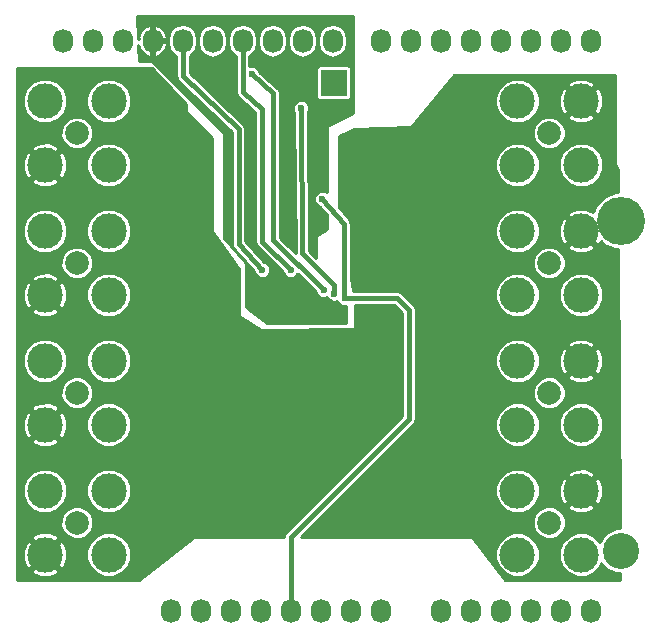
<source format=gbl>
G04 #@! TF.FileFunction,Copper,L2,Bot,Signal*
%FSLAX46Y46*%
G04 Gerber Fmt 4.6, Leading zero omitted, Abs format (unit mm)*
G04 Created by KiCad (PCBNEW (2014-11-17 BZR 5289)-product) date Sat 24 Oct 2015 02:56:26 PM EDT*
%MOMM*%
G01*
G04 APERTURE LIST*
%ADD10C,0.100000*%
%ADD11C,4.064000*%
%ADD12O,1.727200X2.032000*%
%ADD13C,3.048000*%
%ADD14R,2.235200X2.235200*%
%ADD15C,1.998980*%
%ADD16C,3.000000*%
%ADD17C,0.600000*%
%ADD18C,0.400000*%
%ADD19C,0.254000*%
G04 APERTURE END LIST*
D10*
D11*
X177038000Y-90805000D03*
D12*
X138938000Y-123825000D03*
X141478000Y-123825000D03*
X144018000Y-123825000D03*
X146558000Y-123825000D03*
X149098000Y-123825000D03*
X151638000Y-123825000D03*
X154178000Y-123825000D03*
X156718000Y-123825000D03*
X161798000Y-123825000D03*
X164338000Y-123825000D03*
X166878000Y-123825000D03*
X169418000Y-123825000D03*
X171958000Y-123825000D03*
X174498000Y-123825000D03*
X129794000Y-75565000D03*
X132334000Y-75565000D03*
X134874000Y-75565000D03*
X137414000Y-75565000D03*
X139954000Y-75565000D03*
X142494000Y-75565000D03*
X145034000Y-75565000D03*
X147574000Y-75565000D03*
X150114000Y-75565000D03*
X152654000Y-75565000D03*
X156718000Y-75565000D03*
X159258000Y-75565000D03*
X161798000Y-75565000D03*
X164338000Y-75565000D03*
X166878000Y-75565000D03*
X169418000Y-75565000D03*
X171958000Y-75565000D03*
X174498000Y-75565000D03*
D13*
X177038000Y-118745000D03*
D14*
X152748000Y-79115000D03*
D15*
X170998000Y-116365000D03*
D16*
X173698020Y-119065020D03*
X173698020Y-113664980D03*
X168297980Y-113664980D03*
X168297980Y-119065020D03*
D15*
X170998000Y-105365000D03*
D16*
X173698020Y-108065020D03*
X173698020Y-102664980D03*
X168297980Y-102664980D03*
X168297980Y-108065020D03*
D15*
X170998000Y-94365000D03*
D16*
X173698020Y-97065020D03*
X173698020Y-91664980D03*
X168297980Y-91664980D03*
X168297980Y-97065020D03*
D15*
X170998000Y-83365000D03*
D16*
X173698020Y-86065020D03*
X173698020Y-80664980D03*
X168297980Y-80664980D03*
X168297980Y-86065020D03*
D15*
X130998000Y-83365000D03*
D16*
X128297980Y-80664980D03*
X128297980Y-86065020D03*
X133698020Y-86065020D03*
X133698020Y-80664980D03*
D15*
X130998000Y-94365000D03*
D16*
X128297980Y-91664980D03*
X128297980Y-97065020D03*
X133698020Y-97065020D03*
X133698020Y-91664980D03*
D15*
X130998000Y-105365000D03*
D16*
X128297980Y-102664980D03*
X128297980Y-108065020D03*
X133698020Y-108065020D03*
X133698020Y-102664980D03*
D15*
X130998000Y-116365000D03*
D16*
X128297980Y-113664980D03*
X128297980Y-119065020D03*
X133698020Y-119065020D03*
X133698020Y-113664980D03*
D17*
X153698000Y-97365000D03*
X151798000Y-88965000D03*
X146698000Y-94965000D03*
X151898000Y-96665000D03*
X145798000Y-78365000D03*
X149098000Y-94965000D03*
X152798000Y-96965000D03*
X149998000Y-81265000D03*
X146698000Y-93665000D03*
D18*
X153698000Y-97365000D02*
X153598000Y-97265000D01*
X153598000Y-91065000D02*
X151798000Y-88965000D01*
X153598000Y-97265000D02*
X153598000Y-91065000D01*
X149098000Y-117565000D02*
X159098000Y-107565000D01*
X159098000Y-107565000D02*
X159098000Y-98365000D01*
X159098000Y-98365000D02*
X158098000Y-97365000D01*
X158098000Y-97365000D02*
X153698000Y-97365000D01*
X149098000Y-123825000D02*
X149098000Y-117565000D01*
X144698000Y-92765000D02*
X144698000Y-83065000D01*
X144698000Y-83065000D02*
X139998000Y-78565000D01*
X139998000Y-78565000D02*
X139954000Y-75565000D01*
X146698000Y-94965000D02*
X144698000Y-92765000D01*
X151898000Y-96665000D02*
X147598000Y-92465000D01*
X147598000Y-92465000D02*
X147598000Y-79965000D01*
X147598000Y-79965000D02*
X145798000Y-78365000D01*
X146698000Y-92565000D02*
X146698000Y-81365000D01*
X146698000Y-81365000D02*
X145034000Y-79865000D01*
X145034000Y-79865000D02*
X145034000Y-75565000D01*
X149098000Y-94965000D02*
X146698000Y-92565000D01*
X152798000Y-96965000D02*
X152798000Y-96265000D01*
X152798000Y-96265000D02*
X150098000Y-93565000D01*
X150098000Y-93565000D02*
X149998000Y-81265000D01*
X146698000Y-93665000D02*
X146498000Y-93665000D01*
X146498000Y-93665000D02*
X146498000Y-93565000D01*
X146498000Y-93565000D02*
X145798000Y-92765000D01*
X145798000Y-92765000D02*
X145798000Y-82665000D01*
X145798000Y-82665000D02*
X141098000Y-78265000D01*
D19*
G36*
X154371000Y-81686510D02*
X154246600Y-81748710D01*
X154246600Y-80308385D01*
X154246600Y-80156814D01*
X154246600Y-77921614D01*
X154188596Y-77781580D01*
X154081419Y-77674404D01*
X153941385Y-77616400D01*
X153898600Y-77616400D01*
X153898600Y-75744769D01*
X153898600Y-75385231D01*
X153803860Y-74908943D01*
X153534065Y-74505166D01*
X153130288Y-74235371D01*
X152654000Y-74140631D01*
X152177712Y-74235371D01*
X151773935Y-74505166D01*
X151504140Y-74908943D01*
X151409400Y-75385231D01*
X151409400Y-75744769D01*
X151504140Y-76221057D01*
X151773935Y-76624834D01*
X152177712Y-76894629D01*
X152654000Y-76989369D01*
X153130288Y-76894629D01*
X153534065Y-76624834D01*
X153803860Y-76221057D01*
X153898600Y-75744769D01*
X153898600Y-77616400D01*
X153789814Y-77616400D01*
X151554614Y-77616400D01*
X151414580Y-77674404D01*
X151358600Y-77730384D01*
X151358600Y-75744769D01*
X151358600Y-75385231D01*
X151263860Y-74908943D01*
X150994065Y-74505166D01*
X150590288Y-74235371D01*
X150114000Y-74140631D01*
X149637712Y-74235371D01*
X149233935Y-74505166D01*
X148964140Y-74908943D01*
X148869400Y-75385231D01*
X148869400Y-75744769D01*
X148964140Y-76221057D01*
X149233935Y-76624834D01*
X149637712Y-76894629D01*
X150114000Y-76989369D01*
X150590288Y-76894629D01*
X150994065Y-76624834D01*
X151263860Y-76221057D01*
X151358600Y-75744769D01*
X151358600Y-77730384D01*
X151307404Y-77781581D01*
X151249400Y-77921615D01*
X151249400Y-78073186D01*
X151249400Y-80308386D01*
X151307404Y-80448420D01*
X151414581Y-80555596D01*
X151554615Y-80613600D01*
X151706186Y-80613600D01*
X153941386Y-80613600D01*
X154081420Y-80555596D01*
X154188596Y-80448419D01*
X154246600Y-80308385D01*
X154246600Y-81748710D01*
X152171000Y-82786510D01*
X152171000Y-88382507D01*
X151934054Y-88284118D01*
X151663135Y-88283882D01*
X151412748Y-88387339D01*
X151221013Y-88578741D01*
X151117118Y-88828946D01*
X151116882Y-89099865D01*
X151220339Y-89350252D01*
X151411741Y-89541987D01*
X151591217Y-89616512D01*
X152171000Y-90292926D01*
X152171000Y-91497032D01*
X151271000Y-92097032D01*
X151271000Y-93916342D01*
X150677046Y-93322388D01*
X150582021Y-81634317D01*
X150678882Y-81401054D01*
X150679118Y-81130135D01*
X150575661Y-80879748D01*
X150384259Y-80688013D01*
X150134054Y-80584118D01*
X149863135Y-80583882D01*
X149612748Y-80687339D01*
X149421013Y-80878741D01*
X149317118Y-81128946D01*
X149316882Y-81399865D01*
X149420108Y-81649693D01*
X149516670Y-93526889D01*
X148818600Y-92845052D01*
X148818600Y-75744769D01*
X148818600Y-75385231D01*
X148723860Y-74908943D01*
X148454065Y-74505166D01*
X148050288Y-74235371D01*
X147574000Y-74140631D01*
X147097712Y-74235371D01*
X146693935Y-74505166D01*
X146424140Y-74908943D01*
X146329400Y-75385231D01*
X146329400Y-75744769D01*
X146424140Y-76221057D01*
X146693935Y-76624834D01*
X147097712Y-76894629D01*
X147574000Y-76989369D01*
X148050288Y-76894629D01*
X148454065Y-76624834D01*
X148723860Y-76221057D01*
X148818600Y-75744769D01*
X148818600Y-92845052D01*
X148179000Y-92220327D01*
X148179000Y-79965000D01*
X148175623Y-79948024D01*
X148177997Y-79930883D01*
X148153620Y-79837408D01*
X148134774Y-79742661D01*
X148125159Y-79728272D01*
X148120792Y-79711524D01*
X148062496Y-79634489D01*
X148008829Y-79554171D01*
X147994438Y-79544555D01*
X147983995Y-79530755D01*
X146454924Y-78171580D01*
X146375661Y-77979748D01*
X146184259Y-77788013D01*
X145934054Y-77684118D01*
X145663135Y-77683882D01*
X145615000Y-77703770D01*
X145615000Y-76824662D01*
X145914065Y-76624834D01*
X146183860Y-76221057D01*
X146278600Y-75744769D01*
X146278600Y-75385231D01*
X146183860Y-74908943D01*
X145914065Y-74505166D01*
X145510288Y-74235371D01*
X145034000Y-74140631D01*
X144557712Y-74235371D01*
X144153935Y-74505166D01*
X143884140Y-74908943D01*
X143789400Y-75385231D01*
X143789400Y-75744769D01*
X143884140Y-76221057D01*
X144153935Y-76624834D01*
X144453000Y-76824662D01*
X144453000Y-79865000D01*
X144455977Y-79879970D01*
X144453779Y-79895075D01*
X144477991Y-79990641D01*
X144497226Y-80087339D01*
X144505706Y-80100031D01*
X144509455Y-80114826D01*
X144568393Y-80193849D01*
X144623171Y-80275829D01*
X144635863Y-80284309D01*
X144644988Y-80296544D01*
X146117000Y-81623477D01*
X146117000Y-92565000D01*
X146161226Y-92787339D01*
X146287171Y-92975829D01*
X148420877Y-95109535D01*
X148520339Y-95350252D01*
X148711741Y-95541987D01*
X148961946Y-95645882D01*
X149232865Y-95646118D01*
X149483252Y-95542661D01*
X149674987Y-95351259D01*
X149688403Y-95318949D01*
X151225207Y-96820013D01*
X151271000Y-96930841D01*
X151271000Y-97008314D01*
X151292598Y-96983115D01*
X151320339Y-97050252D01*
X151511741Y-97241987D01*
X151761946Y-97345882D01*
X152032865Y-97346118D01*
X152191540Y-97280554D01*
X152220339Y-97350252D01*
X152411741Y-97541987D01*
X152661946Y-97645882D01*
X152932865Y-97646118D01*
X153056247Y-97595137D01*
X153120339Y-97750252D01*
X153311741Y-97941987D01*
X153561946Y-98045882D01*
X153771000Y-98046064D01*
X153771000Y-99438000D01*
X147379118Y-99438000D01*
X147379118Y-94830135D01*
X147275661Y-94579748D01*
X147084259Y-94388013D01*
X146882504Y-94304236D01*
X145279000Y-92540381D01*
X145279000Y-83065000D01*
X145277746Y-83058696D01*
X145278862Y-83052372D01*
X145255681Y-82947767D01*
X145234774Y-82842661D01*
X145231205Y-82837319D01*
X145229815Y-82831047D01*
X145168356Y-82743260D01*
X145108829Y-82654171D01*
X145103487Y-82650601D01*
X145099803Y-82645339D01*
X143738600Y-81342059D01*
X143738600Y-75744769D01*
X143738600Y-75385231D01*
X143643860Y-74908943D01*
X143374065Y-74505166D01*
X142970288Y-74235371D01*
X142494000Y-74140631D01*
X142017712Y-74235371D01*
X141613935Y-74505166D01*
X141344140Y-74908943D01*
X141249400Y-75385231D01*
X141249400Y-75744769D01*
X141344140Y-76221057D01*
X141613935Y-76624834D01*
X142017712Y-76894629D01*
X142494000Y-76989369D01*
X142970288Y-76894629D01*
X143374065Y-76624834D01*
X143643860Y-76221057D01*
X143738600Y-75744769D01*
X143738600Y-81342059D01*
X140575373Y-78313438D01*
X140553358Y-76812396D01*
X140834065Y-76624834D01*
X141103860Y-76221057D01*
X141198600Y-75744769D01*
X141198600Y-75385231D01*
X141103860Y-74908943D01*
X140834065Y-74505166D01*
X140430288Y-74235371D01*
X139954000Y-74140631D01*
X139477712Y-74235371D01*
X139073935Y-74505166D01*
X138804140Y-74908943D01*
X138709400Y-75385231D01*
X138709400Y-75744769D01*
X138804140Y-76221057D01*
X139073935Y-76624834D01*
X139391594Y-76837087D01*
X139417062Y-78573521D01*
X139417500Y-78575567D01*
X139417137Y-78577627D01*
X139441215Y-78686279D01*
X139464544Y-78795187D01*
X139465732Y-78796910D01*
X139466185Y-78798953D01*
X139530026Y-78890143D01*
X139593240Y-78981810D01*
X139594997Y-78982947D01*
X139596197Y-78984661D01*
X144117000Y-83313089D01*
X144117000Y-92765000D01*
X144136468Y-92862873D01*
X144151258Y-92961556D01*
X144158488Y-92973579D01*
X144161226Y-92987339D01*
X144216664Y-93070308D01*
X144268095Y-93155823D01*
X146016899Y-95079508D01*
X146016882Y-95099865D01*
X146120339Y-95350252D01*
X146311741Y-95541987D01*
X146561946Y-95645882D01*
X146832865Y-95646118D01*
X147083252Y-95542661D01*
X147274987Y-95351259D01*
X147378882Y-95101054D01*
X147379118Y-94830135D01*
X147379118Y-99438000D01*
X147139298Y-99438000D01*
X146073453Y-98662840D01*
X145325000Y-98101500D01*
X145325000Y-94416715D01*
X143425000Y-92279215D01*
X143425000Y-83413009D01*
X138648527Y-78556927D01*
X138648527Y-75887213D01*
X138648527Y-75242787D01*
X138489570Y-74783280D01*
X138166867Y-74419581D01*
X137733118Y-74209607D01*
X137541000Y-74270288D01*
X137541000Y-75438000D01*
X138564643Y-75438000D01*
X138648527Y-75242787D01*
X138648527Y-75887213D01*
X138564643Y-75692000D01*
X137541000Y-75692000D01*
X137541000Y-76859712D01*
X137733118Y-76920393D01*
X138166867Y-76710419D01*
X138489570Y-76346720D01*
X138648527Y-75887213D01*
X138648527Y-78556927D01*
X137351221Y-77238000D01*
X136221865Y-77238000D01*
X136188766Y-75914079D01*
X136338430Y-76346720D01*
X136661133Y-76710419D01*
X137094882Y-76920393D01*
X137287000Y-76859712D01*
X137287000Y-75692000D01*
X137267000Y-75692000D01*
X137267000Y-75438000D01*
X137287000Y-75438000D01*
X137287000Y-74270288D01*
X137094882Y-74209607D01*
X136661133Y-74419581D01*
X136338430Y-74783280D01*
X136179473Y-75242787D01*
X136263356Y-75437998D01*
X136176864Y-75437998D01*
X136128215Y-73492000D01*
X154371000Y-73492000D01*
X154371000Y-81686510D01*
X154371000Y-81686510D01*
G37*
X154371000Y-81686510D02*
X154246600Y-81748710D01*
X154246600Y-80308385D01*
X154246600Y-80156814D01*
X154246600Y-77921614D01*
X154188596Y-77781580D01*
X154081419Y-77674404D01*
X153941385Y-77616400D01*
X153898600Y-77616400D01*
X153898600Y-75744769D01*
X153898600Y-75385231D01*
X153803860Y-74908943D01*
X153534065Y-74505166D01*
X153130288Y-74235371D01*
X152654000Y-74140631D01*
X152177712Y-74235371D01*
X151773935Y-74505166D01*
X151504140Y-74908943D01*
X151409400Y-75385231D01*
X151409400Y-75744769D01*
X151504140Y-76221057D01*
X151773935Y-76624834D01*
X152177712Y-76894629D01*
X152654000Y-76989369D01*
X153130288Y-76894629D01*
X153534065Y-76624834D01*
X153803860Y-76221057D01*
X153898600Y-75744769D01*
X153898600Y-77616400D01*
X153789814Y-77616400D01*
X151554614Y-77616400D01*
X151414580Y-77674404D01*
X151358600Y-77730384D01*
X151358600Y-75744769D01*
X151358600Y-75385231D01*
X151263860Y-74908943D01*
X150994065Y-74505166D01*
X150590288Y-74235371D01*
X150114000Y-74140631D01*
X149637712Y-74235371D01*
X149233935Y-74505166D01*
X148964140Y-74908943D01*
X148869400Y-75385231D01*
X148869400Y-75744769D01*
X148964140Y-76221057D01*
X149233935Y-76624834D01*
X149637712Y-76894629D01*
X150114000Y-76989369D01*
X150590288Y-76894629D01*
X150994065Y-76624834D01*
X151263860Y-76221057D01*
X151358600Y-75744769D01*
X151358600Y-77730384D01*
X151307404Y-77781581D01*
X151249400Y-77921615D01*
X151249400Y-78073186D01*
X151249400Y-80308386D01*
X151307404Y-80448420D01*
X151414581Y-80555596D01*
X151554615Y-80613600D01*
X151706186Y-80613600D01*
X153941386Y-80613600D01*
X154081420Y-80555596D01*
X154188596Y-80448419D01*
X154246600Y-80308385D01*
X154246600Y-81748710D01*
X152171000Y-82786510D01*
X152171000Y-88382507D01*
X151934054Y-88284118D01*
X151663135Y-88283882D01*
X151412748Y-88387339D01*
X151221013Y-88578741D01*
X151117118Y-88828946D01*
X151116882Y-89099865D01*
X151220339Y-89350252D01*
X151411741Y-89541987D01*
X151591217Y-89616512D01*
X152171000Y-90292926D01*
X152171000Y-91497032D01*
X151271000Y-92097032D01*
X151271000Y-93916342D01*
X150677046Y-93322388D01*
X150582021Y-81634317D01*
X150678882Y-81401054D01*
X150679118Y-81130135D01*
X150575661Y-80879748D01*
X150384259Y-80688013D01*
X150134054Y-80584118D01*
X149863135Y-80583882D01*
X149612748Y-80687339D01*
X149421013Y-80878741D01*
X149317118Y-81128946D01*
X149316882Y-81399865D01*
X149420108Y-81649693D01*
X149516670Y-93526889D01*
X148818600Y-92845052D01*
X148818600Y-75744769D01*
X148818600Y-75385231D01*
X148723860Y-74908943D01*
X148454065Y-74505166D01*
X148050288Y-74235371D01*
X147574000Y-74140631D01*
X147097712Y-74235371D01*
X146693935Y-74505166D01*
X146424140Y-74908943D01*
X146329400Y-75385231D01*
X146329400Y-75744769D01*
X146424140Y-76221057D01*
X146693935Y-76624834D01*
X147097712Y-76894629D01*
X147574000Y-76989369D01*
X148050288Y-76894629D01*
X148454065Y-76624834D01*
X148723860Y-76221057D01*
X148818600Y-75744769D01*
X148818600Y-92845052D01*
X148179000Y-92220327D01*
X148179000Y-79965000D01*
X148175623Y-79948024D01*
X148177997Y-79930883D01*
X148153620Y-79837408D01*
X148134774Y-79742661D01*
X148125159Y-79728272D01*
X148120792Y-79711524D01*
X148062496Y-79634489D01*
X148008829Y-79554171D01*
X147994438Y-79544555D01*
X147983995Y-79530755D01*
X146454924Y-78171580D01*
X146375661Y-77979748D01*
X146184259Y-77788013D01*
X145934054Y-77684118D01*
X145663135Y-77683882D01*
X145615000Y-77703770D01*
X145615000Y-76824662D01*
X145914065Y-76624834D01*
X146183860Y-76221057D01*
X146278600Y-75744769D01*
X146278600Y-75385231D01*
X146183860Y-74908943D01*
X145914065Y-74505166D01*
X145510288Y-74235371D01*
X145034000Y-74140631D01*
X144557712Y-74235371D01*
X144153935Y-74505166D01*
X143884140Y-74908943D01*
X143789400Y-75385231D01*
X143789400Y-75744769D01*
X143884140Y-76221057D01*
X144153935Y-76624834D01*
X144453000Y-76824662D01*
X144453000Y-79865000D01*
X144455977Y-79879970D01*
X144453779Y-79895075D01*
X144477991Y-79990641D01*
X144497226Y-80087339D01*
X144505706Y-80100031D01*
X144509455Y-80114826D01*
X144568393Y-80193849D01*
X144623171Y-80275829D01*
X144635863Y-80284309D01*
X144644988Y-80296544D01*
X146117000Y-81623477D01*
X146117000Y-92565000D01*
X146161226Y-92787339D01*
X146287171Y-92975829D01*
X148420877Y-95109535D01*
X148520339Y-95350252D01*
X148711741Y-95541987D01*
X148961946Y-95645882D01*
X149232865Y-95646118D01*
X149483252Y-95542661D01*
X149674987Y-95351259D01*
X149688403Y-95318949D01*
X151225207Y-96820013D01*
X151271000Y-96930841D01*
X151271000Y-97008314D01*
X151292598Y-96983115D01*
X151320339Y-97050252D01*
X151511741Y-97241987D01*
X151761946Y-97345882D01*
X152032865Y-97346118D01*
X152191540Y-97280554D01*
X152220339Y-97350252D01*
X152411741Y-97541987D01*
X152661946Y-97645882D01*
X152932865Y-97646118D01*
X153056247Y-97595137D01*
X153120339Y-97750252D01*
X153311741Y-97941987D01*
X153561946Y-98045882D01*
X153771000Y-98046064D01*
X153771000Y-99438000D01*
X147379118Y-99438000D01*
X147379118Y-94830135D01*
X147275661Y-94579748D01*
X147084259Y-94388013D01*
X146882504Y-94304236D01*
X145279000Y-92540381D01*
X145279000Y-83065000D01*
X145277746Y-83058696D01*
X145278862Y-83052372D01*
X145255681Y-82947767D01*
X145234774Y-82842661D01*
X145231205Y-82837319D01*
X145229815Y-82831047D01*
X145168356Y-82743260D01*
X145108829Y-82654171D01*
X145103487Y-82650601D01*
X145099803Y-82645339D01*
X143738600Y-81342059D01*
X143738600Y-75744769D01*
X143738600Y-75385231D01*
X143643860Y-74908943D01*
X143374065Y-74505166D01*
X142970288Y-74235371D01*
X142494000Y-74140631D01*
X142017712Y-74235371D01*
X141613935Y-74505166D01*
X141344140Y-74908943D01*
X141249400Y-75385231D01*
X141249400Y-75744769D01*
X141344140Y-76221057D01*
X141613935Y-76624834D01*
X142017712Y-76894629D01*
X142494000Y-76989369D01*
X142970288Y-76894629D01*
X143374065Y-76624834D01*
X143643860Y-76221057D01*
X143738600Y-75744769D01*
X143738600Y-81342059D01*
X140575373Y-78313438D01*
X140553358Y-76812396D01*
X140834065Y-76624834D01*
X141103860Y-76221057D01*
X141198600Y-75744769D01*
X141198600Y-75385231D01*
X141103860Y-74908943D01*
X140834065Y-74505166D01*
X140430288Y-74235371D01*
X139954000Y-74140631D01*
X139477712Y-74235371D01*
X139073935Y-74505166D01*
X138804140Y-74908943D01*
X138709400Y-75385231D01*
X138709400Y-75744769D01*
X138804140Y-76221057D01*
X139073935Y-76624834D01*
X139391594Y-76837087D01*
X139417062Y-78573521D01*
X139417500Y-78575567D01*
X139417137Y-78577627D01*
X139441215Y-78686279D01*
X139464544Y-78795187D01*
X139465732Y-78796910D01*
X139466185Y-78798953D01*
X139530026Y-78890143D01*
X139593240Y-78981810D01*
X139594997Y-78982947D01*
X139596197Y-78984661D01*
X144117000Y-83313089D01*
X144117000Y-92765000D01*
X144136468Y-92862873D01*
X144151258Y-92961556D01*
X144158488Y-92973579D01*
X144161226Y-92987339D01*
X144216664Y-93070308D01*
X144268095Y-93155823D01*
X146016899Y-95079508D01*
X146016882Y-95099865D01*
X146120339Y-95350252D01*
X146311741Y-95541987D01*
X146561946Y-95645882D01*
X146832865Y-95646118D01*
X147083252Y-95542661D01*
X147274987Y-95351259D01*
X147378882Y-95101054D01*
X147379118Y-94830135D01*
X147379118Y-99438000D01*
X147139298Y-99438000D01*
X146073453Y-98662840D01*
X145325000Y-98101500D01*
X145325000Y-94416715D01*
X143425000Y-92279215D01*
X143425000Y-83413009D01*
X138648527Y-78556927D01*
X138648527Y-75887213D01*
X138648527Y-75242787D01*
X138489570Y-74783280D01*
X138166867Y-74419581D01*
X137733118Y-74209607D01*
X137541000Y-74270288D01*
X137541000Y-75438000D01*
X138564643Y-75438000D01*
X138648527Y-75242787D01*
X138648527Y-75887213D01*
X138564643Y-75692000D01*
X137541000Y-75692000D01*
X137541000Y-76859712D01*
X137733118Y-76920393D01*
X138166867Y-76710419D01*
X138489570Y-76346720D01*
X138648527Y-75887213D01*
X138648527Y-78556927D01*
X137351221Y-77238000D01*
X136221865Y-77238000D01*
X136188766Y-75914079D01*
X136338430Y-76346720D01*
X136661133Y-76710419D01*
X137094882Y-76920393D01*
X137287000Y-76859712D01*
X137287000Y-75692000D01*
X137267000Y-75692000D01*
X137267000Y-75438000D01*
X137287000Y-75438000D01*
X137287000Y-74270288D01*
X137094882Y-74209607D01*
X136661133Y-74419581D01*
X136338430Y-74783280D01*
X136179473Y-75242787D01*
X136263356Y-75437998D01*
X136176864Y-75437998D01*
X136128215Y-73492000D01*
X154371000Y-73492000D01*
X154371000Y-81686510D01*
G36*
X158517000Y-107324342D02*
X148687171Y-117154171D01*
X148561226Y-117342661D01*
X148522370Y-117538000D01*
X140954009Y-117538000D01*
X136254009Y-121238000D01*
X135579346Y-121238000D01*
X135579346Y-118692507D01*
X135579346Y-113292467D01*
X135579346Y-107692507D01*
X135579346Y-102292467D01*
X135579346Y-96692507D01*
X135579346Y-91292467D01*
X135579346Y-85692507D01*
X135579346Y-80292467D01*
X135293584Y-79600871D01*
X134764912Y-79071276D01*
X134073816Y-78784307D01*
X133325507Y-78783654D01*
X132633911Y-79069416D01*
X132104316Y-79598088D01*
X131817347Y-80289184D01*
X131816694Y-81037493D01*
X132102456Y-81729089D01*
X132631128Y-82258684D01*
X133322224Y-82545653D01*
X134070533Y-82546306D01*
X134762129Y-82260544D01*
X135291724Y-81731872D01*
X135578693Y-81040776D01*
X135579346Y-80292467D01*
X135579346Y-85692507D01*
X135293584Y-85000911D01*
X134764912Y-84471316D01*
X134073816Y-84184347D01*
X133325507Y-84183694D01*
X132633911Y-84469456D01*
X132378729Y-84724193D01*
X132378729Y-83091608D01*
X132169005Y-82584037D01*
X131781006Y-82195360D01*
X131273801Y-81984751D01*
X130724608Y-81984271D01*
X130217037Y-82193995D01*
X130179306Y-82231660D01*
X130179306Y-80292467D01*
X129893544Y-79600871D01*
X129364872Y-79071276D01*
X128673776Y-78784307D01*
X127925467Y-78783654D01*
X127233871Y-79069416D01*
X126704276Y-79598088D01*
X126417307Y-80289184D01*
X126416654Y-81037493D01*
X126702416Y-81729089D01*
X127231088Y-82258684D01*
X127922184Y-82545653D01*
X128670493Y-82546306D01*
X129362089Y-82260544D01*
X129891684Y-81731872D01*
X130178653Y-81040776D01*
X130179306Y-80292467D01*
X130179306Y-82231660D01*
X129828360Y-82581994D01*
X129617751Y-83089199D01*
X129617271Y-83638392D01*
X129826995Y-84145963D01*
X130214994Y-84534640D01*
X130722199Y-84745249D01*
X131271392Y-84745729D01*
X131778963Y-84536005D01*
X132167640Y-84148006D01*
X132378249Y-83640801D01*
X132378729Y-83091608D01*
X132378729Y-84724193D01*
X132104316Y-84998128D01*
X131817347Y-85689224D01*
X131816694Y-86437533D01*
X132102456Y-87129129D01*
X132631128Y-87658724D01*
X133322224Y-87945693D01*
X134070533Y-87946346D01*
X134762129Y-87660584D01*
X135291724Y-87131912D01*
X135578693Y-86440816D01*
X135579346Y-85692507D01*
X135579346Y-91292467D01*
X135293584Y-90600871D01*
X134764912Y-90071276D01*
X134073816Y-89784307D01*
X133325507Y-89783654D01*
X132633911Y-90069416D01*
X132104316Y-90598088D01*
X131817347Y-91289184D01*
X131816694Y-92037493D01*
X132102456Y-92729089D01*
X132631128Y-93258684D01*
X133322224Y-93545653D01*
X134070533Y-93546306D01*
X134762129Y-93260544D01*
X135291724Y-92731872D01*
X135578693Y-92040776D01*
X135579346Y-91292467D01*
X135579346Y-96692507D01*
X135293584Y-96000911D01*
X134764912Y-95471316D01*
X134073816Y-95184347D01*
X133325507Y-95183694D01*
X132633911Y-95469456D01*
X132378729Y-95724193D01*
X132378729Y-94091608D01*
X132169005Y-93584037D01*
X131781006Y-93195360D01*
X131273801Y-92984751D01*
X130724608Y-92984271D01*
X130217037Y-93193995D01*
X130188395Y-93222587D01*
X130188395Y-86388260D01*
X130168194Y-85640224D01*
X129920797Y-85042955D01*
X129673424Y-84869182D01*
X129493818Y-85048787D01*
X129493818Y-84689576D01*
X129320045Y-84442203D01*
X128621220Y-84174605D01*
X127873184Y-84194806D01*
X127275915Y-84442203D01*
X127102142Y-84689576D01*
X128297980Y-85885415D01*
X129493818Y-84689576D01*
X129493818Y-85048787D01*
X128477585Y-86065020D01*
X129673424Y-87260858D01*
X129920797Y-87087085D01*
X130188395Y-86388260D01*
X130188395Y-93222587D01*
X130179306Y-93231660D01*
X130179306Y-91292467D01*
X129893544Y-90600871D01*
X129493818Y-90200447D01*
X129493818Y-87440464D01*
X128297980Y-86244625D01*
X128118375Y-86424230D01*
X128118375Y-86065020D01*
X126922536Y-84869182D01*
X126675163Y-85042955D01*
X126407565Y-85741780D01*
X126427766Y-86489816D01*
X126675163Y-87087085D01*
X126922536Y-87260858D01*
X128118375Y-86065020D01*
X128118375Y-86424230D01*
X127102142Y-87440464D01*
X127275915Y-87687837D01*
X127974740Y-87955435D01*
X128722776Y-87935234D01*
X129320045Y-87687837D01*
X129493818Y-87440464D01*
X129493818Y-90200447D01*
X129364872Y-90071276D01*
X128673776Y-89784307D01*
X127925467Y-89783654D01*
X127233871Y-90069416D01*
X126704276Y-90598088D01*
X126417307Y-91289184D01*
X126416654Y-92037493D01*
X126702416Y-92729089D01*
X127231088Y-93258684D01*
X127922184Y-93545653D01*
X128670493Y-93546306D01*
X129362089Y-93260544D01*
X129891684Y-92731872D01*
X130178653Y-92040776D01*
X130179306Y-91292467D01*
X130179306Y-93231660D01*
X129828360Y-93581994D01*
X129617751Y-94089199D01*
X129617271Y-94638392D01*
X129826995Y-95145963D01*
X130214994Y-95534640D01*
X130722199Y-95745249D01*
X131271392Y-95745729D01*
X131778963Y-95536005D01*
X132167640Y-95148006D01*
X132378249Y-94640801D01*
X132378729Y-94091608D01*
X132378729Y-95724193D01*
X132104316Y-95998128D01*
X131817347Y-96689224D01*
X131816694Y-97437533D01*
X132102456Y-98129129D01*
X132631128Y-98658724D01*
X133322224Y-98945693D01*
X134070533Y-98946346D01*
X134762129Y-98660584D01*
X135291724Y-98131912D01*
X135578693Y-97440816D01*
X135579346Y-96692507D01*
X135579346Y-102292467D01*
X135293584Y-101600871D01*
X134764912Y-101071276D01*
X134073816Y-100784307D01*
X133325507Y-100783654D01*
X132633911Y-101069416D01*
X132104316Y-101598088D01*
X131817347Y-102289184D01*
X131816694Y-103037493D01*
X132102456Y-103729089D01*
X132631128Y-104258684D01*
X133322224Y-104545653D01*
X134070533Y-104546306D01*
X134762129Y-104260544D01*
X135291724Y-103731872D01*
X135578693Y-103040776D01*
X135579346Y-102292467D01*
X135579346Y-107692507D01*
X135293584Y-107000911D01*
X134764912Y-106471316D01*
X134073816Y-106184347D01*
X133325507Y-106183694D01*
X132633911Y-106469456D01*
X132378729Y-106724193D01*
X132378729Y-105091608D01*
X132169005Y-104584037D01*
X131781006Y-104195360D01*
X131273801Y-103984751D01*
X130724608Y-103984271D01*
X130217037Y-104193995D01*
X130188395Y-104222587D01*
X130188395Y-97388260D01*
X130168194Y-96640224D01*
X129920797Y-96042955D01*
X129673424Y-95869182D01*
X129493818Y-96048787D01*
X129493818Y-95689576D01*
X129320045Y-95442203D01*
X128621220Y-95174605D01*
X127873184Y-95194806D01*
X127275915Y-95442203D01*
X127102142Y-95689576D01*
X128297980Y-96885415D01*
X129493818Y-95689576D01*
X129493818Y-96048787D01*
X128477585Y-97065020D01*
X129673424Y-98260858D01*
X129920797Y-98087085D01*
X130188395Y-97388260D01*
X130188395Y-104222587D01*
X130179306Y-104231660D01*
X130179306Y-102292467D01*
X129893544Y-101600871D01*
X129493818Y-101200447D01*
X129493818Y-98440464D01*
X128297980Y-97244625D01*
X128118375Y-97424230D01*
X128118375Y-97065020D01*
X126922536Y-95869182D01*
X126675163Y-96042955D01*
X126407565Y-96741780D01*
X126427766Y-97489816D01*
X126675163Y-98087085D01*
X126922536Y-98260858D01*
X128118375Y-97065020D01*
X128118375Y-97424230D01*
X127102142Y-98440464D01*
X127275915Y-98687837D01*
X127974740Y-98955435D01*
X128722776Y-98935234D01*
X129320045Y-98687837D01*
X129493818Y-98440464D01*
X129493818Y-101200447D01*
X129364872Y-101071276D01*
X128673776Y-100784307D01*
X127925467Y-100783654D01*
X127233871Y-101069416D01*
X126704276Y-101598088D01*
X126417307Y-102289184D01*
X126416654Y-103037493D01*
X126702416Y-103729089D01*
X127231088Y-104258684D01*
X127922184Y-104545653D01*
X128670493Y-104546306D01*
X129362089Y-104260544D01*
X129891684Y-103731872D01*
X130178653Y-103040776D01*
X130179306Y-102292467D01*
X130179306Y-104231660D01*
X129828360Y-104581994D01*
X129617751Y-105089199D01*
X129617271Y-105638392D01*
X129826995Y-106145963D01*
X130214994Y-106534640D01*
X130722199Y-106745249D01*
X131271392Y-106745729D01*
X131778963Y-106536005D01*
X132167640Y-106148006D01*
X132378249Y-105640801D01*
X132378729Y-105091608D01*
X132378729Y-106724193D01*
X132104316Y-106998128D01*
X131817347Y-107689224D01*
X131816694Y-108437533D01*
X132102456Y-109129129D01*
X132631128Y-109658724D01*
X133322224Y-109945693D01*
X134070533Y-109946346D01*
X134762129Y-109660584D01*
X135291724Y-109131912D01*
X135578693Y-108440816D01*
X135579346Y-107692507D01*
X135579346Y-113292467D01*
X135293584Y-112600871D01*
X134764912Y-112071276D01*
X134073816Y-111784307D01*
X133325507Y-111783654D01*
X132633911Y-112069416D01*
X132104316Y-112598088D01*
X131817347Y-113289184D01*
X131816694Y-114037493D01*
X132102456Y-114729089D01*
X132631128Y-115258684D01*
X133322224Y-115545653D01*
X134070533Y-115546306D01*
X134762129Y-115260544D01*
X135291724Y-114731872D01*
X135578693Y-114040776D01*
X135579346Y-113292467D01*
X135579346Y-118692507D01*
X135293584Y-118000911D01*
X134764912Y-117471316D01*
X134073816Y-117184347D01*
X133325507Y-117183694D01*
X132633911Y-117469456D01*
X132378729Y-117724193D01*
X132378729Y-116091608D01*
X132169005Y-115584037D01*
X131781006Y-115195360D01*
X131273801Y-114984751D01*
X130724608Y-114984271D01*
X130217037Y-115193995D01*
X130188395Y-115222587D01*
X130188395Y-108388260D01*
X130168194Y-107640224D01*
X129920797Y-107042955D01*
X129673424Y-106869182D01*
X129493818Y-107048787D01*
X129493818Y-106689576D01*
X129320045Y-106442203D01*
X128621220Y-106174605D01*
X127873184Y-106194806D01*
X127275915Y-106442203D01*
X127102142Y-106689576D01*
X128297980Y-107885415D01*
X129493818Y-106689576D01*
X129493818Y-107048787D01*
X128477585Y-108065020D01*
X129673424Y-109260858D01*
X129920797Y-109087085D01*
X130188395Y-108388260D01*
X130188395Y-115222587D01*
X130179306Y-115231660D01*
X130179306Y-113292467D01*
X129893544Y-112600871D01*
X129493818Y-112200447D01*
X129493818Y-109440464D01*
X128297980Y-108244625D01*
X128118375Y-108424230D01*
X128118375Y-108065020D01*
X126922536Y-106869182D01*
X126675163Y-107042955D01*
X126407565Y-107741780D01*
X126427766Y-108489816D01*
X126675163Y-109087085D01*
X126922536Y-109260858D01*
X128118375Y-108065020D01*
X128118375Y-108424230D01*
X127102142Y-109440464D01*
X127275915Y-109687837D01*
X127974740Y-109955435D01*
X128722776Y-109935234D01*
X129320045Y-109687837D01*
X129493818Y-109440464D01*
X129493818Y-112200447D01*
X129364872Y-112071276D01*
X128673776Y-111784307D01*
X127925467Y-111783654D01*
X127233871Y-112069416D01*
X126704276Y-112598088D01*
X126417307Y-113289184D01*
X126416654Y-114037493D01*
X126702416Y-114729089D01*
X127231088Y-115258684D01*
X127922184Y-115545653D01*
X128670493Y-115546306D01*
X129362089Y-115260544D01*
X129891684Y-114731872D01*
X130178653Y-114040776D01*
X130179306Y-113292467D01*
X130179306Y-115231660D01*
X129828360Y-115581994D01*
X129617751Y-116089199D01*
X129617271Y-116638392D01*
X129826995Y-117145963D01*
X130214994Y-117534640D01*
X130722199Y-117745249D01*
X131271392Y-117745729D01*
X131778963Y-117536005D01*
X132167640Y-117148006D01*
X132378249Y-116640801D01*
X132378729Y-116091608D01*
X132378729Y-117724193D01*
X132104316Y-117998128D01*
X131817347Y-118689224D01*
X131816694Y-119437533D01*
X132102456Y-120129129D01*
X132631128Y-120658724D01*
X133322224Y-120945693D01*
X134070533Y-120946346D01*
X134762129Y-120660584D01*
X135291724Y-120131912D01*
X135578693Y-119440816D01*
X135579346Y-118692507D01*
X135579346Y-121238000D01*
X130188395Y-121238000D01*
X130188395Y-119388260D01*
X130168194Y-118640224D01*
X129920797Y-118042955D01*
X129673424Y-117869182D01*
X129493818Y-118048787D01*
X129493818Y-117689576D01*
X129320045Y-117442203D01*
X128621220Y-117174605D01*
X127873184Y-117194806D01*
X127275915Y-117442203D01*
X127102142Y-117689576D01*
X128297980Y-118885415D01*
X129493818Y-117689576D01*
X129493818Y-118048787D01*
X128477585Y-119065020D01*
X129673424Y-120260858D01*
X129920797Y-120087085D01*
X130188395Y-119388260D01*
X130188395Y-121238000D01*
X129493818Y-121238000D01*
X129493818Y-120440464D01*
X128297980Y-119244625D01*
X128118375Y-119424230D01*
X128118375Y-119065020D01*
X126922536Y-117869182D01*
X126675163Y-118042955D01*
X126407565Y-118741780D01*
X126427766Y-119489816D01*
X126675163Y-120087085D01*
X126922536Y-120260858D01*
X128118375Y-119065020D01*
X128118375Y-119424230D01*
X127102142Y-120440464D01*
X127275915Y-120687837D01*
X127974740Y-120955435D01*
X128722776Y-120935234D01*
X129320045Y-120687837D01*
X129493818Y-120440464D01*
X129493818Y-121238000D01*
X125954000Y-121238000D01*
X125954000Y-77892000D01*
X137344171Y-77892000D01*
X140271000Y-80916390D01*
X140271000Y-81617605D01*
X142471000Y-83817605D01*
X142471000Y-91705906D01*
X144771000Y-94905906D01*
X144771000Y-98830806D01*
X146558425Y-100092518D01*
X154525000Y-99990382D01*
X154525000Y-97946000D01*
X157857342Y-97946000D01*
X158517000Y-98605658D01*
X158517000Y-107324342D01*
X158517000Y-107324342D01*
G37*
X158517000Y-107324342D02*
X148687171Y-117154171D01*
X148561226Y-117342661D01*
X148522370Y-117538000D01*
X140954009Y-117538000D01*
X136254009Y-121238000D01*
X135579346Y-121238000D01*
X135579346Y-118692507D01*
X135579346Y-113292467D01*
X135579346Y-107692507D01*
X135579346Y-102292467D01*
X135579346Y-96692507D01*
X135579346Y-91292467D01*
X135579346Y-85692507D01*
X135579346Y-80292467D01*
X135293584Y-79600871D01*
X134764912Y-79071276D01*
X134073816Y-78784307D01*
X133325507Y-78783654D01*
X132633911Y-79069416D01*
X132104316Y-79598088D01*
X131817347Y-80289184D01*
X131816694Y-81037493D01*
X132102456Y-81729089D01*
X132631128Y-82258684D01*
X133322224Y-82545653D01*
X134070533Y-82546306D01*
X134762129Y-82260544D01*
X135291724Y-81731872D01*
X135578693Y-81040776D01*
X135579346Y-80292467D01*
X135579346Y-85692507D01*
X135293584Y-85000911D01*
X134764912Y-84471316D01*
X134073816Y-84184347D01*
X133325507Y-84183694D01*
X132633911Y-84469456D01*
X132378729Y-84724193D01*
X132378729Y-83091608D01*
X132169005Y-82584037D01*
X131781006Y-82195360D01*
X131273801Y-81984751D01*
X130724608Y-81984271D01*
X130217037Y-82193995D01*
X130179306Y-82231660D01*
X130179306Y-80292467D01*
X129893544Y-79600871D01*
X129364872Y-79071276D01*
X128673776Y-78784307D01*
X127925467Y-78783654D01*
X127233871Y-79069416D01*
X126704276Y-79598088D01*
X126417307Y-80289184D01*
X126416654Y-81037493D01*
X126702416Y-81729089D01*
X127231088Y-82258684D01*
X127922184Y-82545653D01*
X128670493Y-82546306D01*
X129362089Y-82260544D01*
X129891684Y-81731872D01*
X130178653Y-81040776D01*
X130179306Y-80292467D01*
X130179306Y-82231660D01*
X129828360Y-82581994D01*
X129617751Y-83089199D01*
X129617271Y-83638392D01*
X129826995Y-84145963D01*
X130214994Y-84534640D01*
X130722199Y-84745249D01*
X131271392Y-84745729D01*
X131778963Y-84536005D01*
X132167640Y-84148006D01*
X132378249Y-83640801D01*
X132378729Y-83091608D01*
X132378729Y-84724193D01*
X132104316Y-84998128D01*
X131817347Y-85689224D01*
X131816694Y-86437533D01*
X132102456Y-87129129D01*
X132631128Y-87658724D01*
X133322224Y-87945693D01*
X134070533Y-87946346D01*
X134762129Y-87660584D01*
X135291724Y-87131912D01*
X135578693Y-86440816D01*
X135579346Y-85692507D01*
X135579346Y-91292467D01*
X135293584Y-90600871D01*
X134764912Y-90071276D01*
X134073816Y-89784307D01*
X133325507Y-89783654D01*
X132633911Y-90069416D01*
X132104316Y-90598088D01*
X131817347Y-91289184D01*
X131816694Y-92037493D01*
X132102456Y-92729089D01*
X132631128Y-93258684D01*
X133322224Y-93545653D01*
X134070533Y-93546306D01*
X134762129Y-93260544D01*
X135291724Y-92731872D01*
X135578693Y-92040776D01*
X135579346Y-91292467D01*
X135579346Y-96692507D01*
X135293584Y-96000911D01*
X134764912Y-95471316D01*
X134073816Y-95184347D01*
X133325507Y-95183694D01*
X132633911Y-95469456D01*
X132378729Y-95724193D01*
X132378729Y-94091608D01*
X132169005Y-93584037D01*
X131781006Y-93195360D01*
X131273801Y-92984751D01*
X130724608Y-92984271D01*
X130217037Y-93193995D01*
X130188395Y-93222587D01*
X130188395Y-86388260D01*
X130168194Y-85640224D01*
X129920797Y-85042955D01*
X129673424Y-84869182D01*
X129493818Y-85048787D01*
X129493818Y-84689576D01*
X129320045Y-84442203D01*
X128621220Y-84174605D01*
X127873184Y-84194806D01*
X127275915Y-84442203D01*
X127102142Y-84689576D01*
X128297980Y-85885415D01*
X129493818Y-84689576D01*
X129493818Y-85048787D01*
X128477585Y-86065020D01*
X129673424Y-87260858D01*
X129920797Y-87087085D01*
X130188395Y-86388260D01*
X130188395Y-93222587D01*
X130179306Y-93231660D01*
X130179306Y-91292467D01*
X129893544Y-90600871D01*
X129493818Y-90200447D01*
X129493818Y-87440464D01*
X128297980Y-86244625D01*
X128118375Y-86424230D01*
X128118375Y-86065020D01*
X126922536Y-84869182D01*
X126675163Y-85042955D01*
X126407565Y-85741780D01*
X126427766Y-86489816D01*
X126675163Y-87087085D01*
X126922536Y-87260858D01*
X128118375Y-86065020D01*
X128118375Y-86424230D01*
X127102142Y-87440464D01*
X127275915Y-87687837D01*
X127974740Y-87955435D01*
X128722776Y-87935234D01*
X129320045Y-87687837D01*
X129493818Y-87440464D01*
X129493818Y-90200447D01*
X129364872Y-90071276D01*
X128673776Y-89784307D01*
X127925467Y-89783654D01*
X127233871Y-90069416D01*
X126704276Y-90598088D01*
X126417307Y-91289184D01*
X126416654Y-92037493D01*
X126702416Y-92729089D01*
X127231088Y-93258684D01*
X127922184Y-93545653D01*
X128670493Y-93546306D01*
X129362089Y-93260544D01*
X129891684Y-92731872D01*
X130178653Y-92040776D01*
X130179306Y-91292467D01*
X130179306Y-93231660D01*
X129828360Y-93581994D01*
X129617751Y-94089199D01*
X129617271Y-94638392D01*
X129826995Y-95145963D01*
X130214994Y-95534640D01*
X130722199Y-95745249D01*
X131271392Y-95745729D01*
X131778963Y-95536005D01*
X132167640Y-95148006D01*
X132378249Y-94640801D01*
X132378729Y-94091608D01*
X132378729Y-95724193D01*
X132104316Y-95998128D01*
X131817347Y-96689224D01*
X131816694Y-97437533D01*
X132102456Y-98129129D01*
X132631128Y-98658724D01*
X133322224Y-98945693D01*
X134070533Y-98946346D01*
X134762129Y-98660584D01*
X135291724Y-98131912D01*
X135578693Y-97440816D01*
X135579346Y-96692507D01*
X135579346Y-102292467D01*
X135293584Y-101600871D01*
X134764912Y-101071276D01*
X134073816Y-100784307D01*
X133325507Y-100783654D01*
X132633911Y-101069416D01*
X132104316Y-101598088D01*
X131817347Y-102289184D01*
X131816694Y-103037493D01*
X132102456Y-103729089D01*
X132631128Y-104258684D01*
X133322224Y-104545653D01*
X134070533Y-104546306D01*
X134762129Y-104260544D01*
X135291724Y-103731872D01*
X135578693Y-103040776D01*
X135579346Y-102292467D01*
X135579346Y-107692507D01*
X135293584Y-107000911D01*
X134764912Y-106471316D01*
X134073816Y-106184347D01*
X133325507Y-106183694D01*
X132633911Y-106469456D01*
X132378729Y-106724193D01*
X132378729Y-105091608D01*
X132169005Y-104584037D01*
X131781006Y-104195360D01*
X131273801Y-103984751D01*
X130724608Y-103984271D01*
X130217037Y-104193995D01*
X130188395Y-104222587D01*
X130188395Y-97388260D01*
X130168194Y-96640224D01*
X129920797Y-96042955D01*
X129673424Y-95869182D01*
X129493818Y-96048787D01*
X129493818Y-95689576D01*
X129320045Y-95442203D01*
X128621220Y-95174605D01*
X127873184Y-95194806D01*
X127275915Y-95442203D01*
X127102142Y-95689576D01*
X128297980Y-96885415D01*
X129493818Y-95689576D01*
X129493818Y-96048787D01*
X128477585Y-97065020D01*
X129673424Y-98260858D01*
X129920797Y-98087085D01*
X130188395Y-97388260D01*
X130188395Y-104222587D01*
X130179306Y-104231660D01*
X130179306Y-102292467D01*
X129893544Y-101600871D01*
X129493818Y-101200447D01*
X129493818Y-98440464D01*
X128297980Y-97244625D01*
X128118375Y-97424230D01*
X128118375Y-97065020D01*
X126922536Y-95869182D01*
X126675163Y-96042955D01*
X126407565Y-96741780D01*
X126427766Y-97489816D01*
X126675163Y-98087085D01*
X126922536Y-98260858D01*
X128118375Y-97065020D01*
X128118375Y-97424230D01*
X127102142Y-98440464D01*
X127275915Y-98687837D01*
X127974740Y-98955435D01*
X128722776Y-98935234D01*
X129320045Y-98687837D01*
X129493818Y-98440464D01*
X129493818Y-101200447D01*
X129364872Y-101071276D01*
X128673776Y-100784307D01*
X127925467Y-100783654D01*
X127233871Y-101069416D01*
X126704276Y-101598088D01*
X126417307Y-102289184D01*
X126416654Y-103037493D01*
X126702416Y-103729089D01*
X127231088Y-104258684D01*
X127922184Y-104545653D01*
X128670493Y-104546306D01*
X129362089Y-104260544D01*
X129891684Y-103731872D01*
X130178653Y-103040776D01*
X130179306Y-102292467D01*
X130179306Y-104231660D01*
X129828360Y-104581994D01*
X129617751Y-105089199D01*
X129617271Y-105638392D01*
X129826995Y-106145963D01*
X130214994Y-106534640D01*
X130722199Y-106745249D01*
X131271392Y-106745729D01*
X131778963Y-106536005D01*
X132167640Y-106148006D01*
X132378249Y-105640801D01*
X132378729Y-105091608D01*
X132378729Y-106724193D01*
X132104316Y-106998128D01*
X131817347Y-107689224D01*
X131816694Y-108437533D01*
X132102456Y-109129129D01*
X132631128Y-109658724D01*
X133322224Y-109945693D01*
X134070533Y-109946346D01*
X134762129Y-109660584D01*
X135291724Y-109131912D01*
X135578693Y-108440816D01*
X135579346Y-107692507D01*
X135579346Y-113292467D01*
X135293584Y-112600871D01*
X134764912Y-112071276D01*
X134073816Y-111784307D01*
X133325507Y-111783654D01*
X132633911Y-112069416D01*
X132104316Y-112598088D01*
X131817347Y-113289184D01*
X131816694Y-114037493D01*
X132102456Y-114729089D01*
X132631128Y-115258684D01*
X133322224Y-115545653D01*
X134070533Y-115546306D01*
X134762129Y-115260544D01*
X135291724Y-114731872D01*
X135578693Y-114040776D01*
X135579346Y-113292467D01*
X135579346Y-118692507D01*
X135293584Y-118000911D01*
X134764912Y-117471316D01*
X134073816Y-117184347D01*
X133325507Y-117183694D01*
X132633911Y-117469456D01*
X132378729Y-117724193D01*
X132378729Y-116091608D01*
X132169005Y-115584037D01*
X131781006Y-115195360D01*
X131273801Y-114984751D01*
X130724608Y-114984271D01*
X130217037Y-115193995D01*
X130188395Y-115222587D01*
X130188395Y-108388260D01*
X130168194Y-107640224D01*
X129920797Y-107042955D01*
X129673424Y-106869182D01*
X129493818Y-107048787D01*
X129493818Y-106689576D01*
X129320045Y-106442203D01*
X128621220Y-106174605D01*
X127873184Y-106194806D01*
X127275915Y-106442203D01*
X127102142Y-106689576D01*
X128297980Y-107885415D01*
X129493818Y-106689576D01*
X129493818Y-107048787D01*
X128477585Y-108065020D01*
X129673424Y-109260858D01*
X129920797Y-109087085D01*
X130188395Y-108388260D01*
X130188395Y-115222587D01*
X130179306Y-115231660D01*
X130179306Y-113292467D01*
X129893544Y-112600871D01*
X129493818Y-112200447D01*
X129493818Y-109440464D01*
X128297980Y-108244625D01*
X128118375Y-108424230D01*
X128118375Y-108065020D01*
X126922536Y-106869182D01*
X126675163Y-107042955D01*
X126407565Y-107741780D01*
X126427766Y-108489816D01*
X126675163Y-109087085D01*
X126922536Y-109260858D01*
X128118375Y-108065020D01*
X128118375Y-108424230D01*
X127102142Y-109440464D01*
X127275915Y-109687837D01*
X127974740Y-109955435D01*
X128722776Y-109935234D01*
X129320045Y-109687837D01*
X129493818Y-109440464D01*
X129493818Y-112200447D01*
X129364872Y-112071276D01*
X128673776Y-111784307D01*
X127925467Y-111783654D01*
X127233871Y-112069416D01*
X126704276Y-112598088D01*
X126417307Y-113289184D01*
X126416654Y-114037493D01*
X126702416Y-114729089D01*
X127231088Y-115258684D01*
X127922184Y-115545653D01*
X128670493Y-115546306D01*
X129362089Y-115260544D01*
X129891684Y-114731872D01*
X130178653Y-114040776D01*
X130179306Y-113292467D01*
X130179306Y-115231660D01*
X129828360Y-115581994D01*
X129617751Y-116089199D01*
X129617271Y-116638392D01*
X129826995Y-117145963D01*
X130214994Y-117534640D01*
X130722199Y-117745249D01*
X131271392Y-117745729D01*
X131778963Y-117536005D01*
X132167640Y-117148006D01*
X132378249Y-116640801D01*
X132378729Y-116091608D01*
X132378729Y-117724193D01*
X132104316Y-117998128D01*
X131817347Y-118689224D01*
X131816694Y-119437533D01*
X132102456Y-120129129D01*
X132631128Y-120658724D01*
X133322224Y-120945693D01*
X134070533Y-120946346D01*
X134762129Y-120660584D01*
X135291724Y-120131912D01*
X135578693Y-119440816D01*
X135579346Y-118692507D01*
X135579346Y-121238000D01*
X130188395Y-121238000D01*
X130188395Y-119388260D01*
X130168194Y-118640224D01*
X129920797Y-118042955D01*
X129673424Y-117869182D01*
X129493818Y-118048787D01*
X129493818Y-117689576D01*
X129320045Y-117442203D01*
X128621220Y-117174605D01*
X127873184Y-117194806D01*
X127275915Y-117442203D01*
X127102142Y-117689576D01*
X128297980Y-118885415D01*
X129493818Y-117689576D01*
X129493818Y-118048787D01*
X128477585Y-119065020D01*
X129673424Y-120260858D01*
X129920797Y-120087085D01*
X130188395Y-119388260D01*
X130188395Y-121238000D01*
X129493818Y-121238000D01*
X129493818Y-120440464D01*
X128297980Y-119244625D01*
X128118375Y-119424230D01*
X128118375Y-119065020D01*
X126922536Y-117869182D01*
X126675163Y-118042955D01*
X126407565Y-118741780D01*
X126427766Y-119489816D01*
X126675163Y-120087085D01*
X126922536Y-120260858D01*
X128118375Y-119065020D01*
X128118375Y-119424230D01*
X127102142Y-120440464D01*
X127275915Y-120687837D01*
X127974740Y-120955435D01*
X128722776Y-120935234D01*
X129320045Y-120687837D01*
X129493818Y-120440464D01*
X129493818Y-121238000D01*
X125954000Y-121238000D01*
X125954000Y-77892000D01*
X137344171Y-77892000D01*
X140271000Y-80916390D01*
X140271000Y-81617605D01*
X142471000Y-83817605D01*
X142471000Y-91705906D01*
X144771000Y-94905906D01*
X144771000Y-98830806D01*
X146558425Y-100092518D01*
X154525000Y-99990382D01*
X154525000Y-97946000D01*
X157857342Y-97946000D01*
X158517000Y-98605658D01*
X158517000Y-107324342D01*
G36*
X176970408Y-121238000D02*
X170179306Y-121238000D01*
X170179306Y-118692507D01*
X169893544Y-118000911D01*
X169364872Y-117471316D01*
X168673776Y-117184347D01*
X167925467Y-117183694D01*
X167233871Y-117469456D01*
X166704276Y-117998128D01*
X166417307Y-118689224D01*
X166416654Y-119437533D01*
X166702416Y-120129129D01*
X167231088Y-120658724D01*
X167922184Y-120945693D01*
X168670493Y-120946346D01*
X169362089Y-120660584D01*
X169891684Y-120131912D01*
X170178653Y-119440816D01*
X170179306Y-118692507D01*
X170179306Y-121238000D01*
X167261158Y-121238000D01*
X164461158Y-117538000D01*
X149946658Y-117538000D01*
X159508829Y-107975829D01*
X159634774Y-107787339D01*
X159679000Y-107565000D01*
X159679000Y-98365000D01*
X159634774Y-98142661D01*
X159508829Y-97954171D01*
X158508829Y-96954171D01*
X158320339Y-96828226D01*
X158098000Y-96784000D01*
X154411315Y-96784000D01*
X154179000Y-95622424D01*
X154179000Y-91065000D01*
X154161155Y-90975287D01*
X154150245Y-90884484D01*
X154139178Y-90864805D01*
X154134774Y-90842661D01*
X154083959Y-90766611D01*
X154039128Y-90686890D01*
X153157306Y-89658098D01*
X153224160Y-83641309D01*
X154431254Y-82991335D01*
X159258170Y-82890774D01*
X162957139Y-78492000D01*
X176582000Y-78492000D01*
X176582000Y-85979000D01*
X176616711Y-86153504D01*
X176715559Y-86301441D01*
X176808343Y-86394225D01*
X176817634Y-88391807D01*
X176560130Y-88391583D01*
X175672931Y-88758166D01*
X175588435Y-88842514D01*
X175588435Y-80988220D01*
X175568234Y-80240184D01*
X175320837Y-79642915D01*
X175073464Y-79469142D01*
X174893858Y-79648747D01*
X174893858Y-79289536D01*
X174720085Y-79042163D01*
X174021260Y-78774565D01*
X173273224Y-78794766D01*
X172675955Y-79042163D01*
X172502182Y-79289536D01*
X173698020Y-80485375D01*
X174893858Y-79289536D01*
X174893858Y-79648747D01*
X173877625Y-80664980D01*
X175073464Y-81860818D01*
X175320837Y-81687045D01*
X175588435Y-80988220D01*
X175588435Y-88842514D01*
X175579346Y-88851587D01*
X175579346Y-85692507D01*
X175293584Y-85000911D01*
X174893858Y-84600487D01*
X174893858Y-82040424D01*
X173698020Y-80844585D01*
X173518415Y-81024190D01*
X173518415Y-80664980D01*
X172322576Y-79469142D01*
X172075203Y-79642915D01*
X171807605Y-80341740D01*
X171827806Y-81089776D01*
X172075203Y-81687045D01*
X172322576Y-81860818D01*
X173518415Y-80664980D01*
X173518415Y-81024190D01*
X172502182Y-82040424D01*
X172675955Y-82287797D01*
X173374780Y-82555395D01*
X174122816Y-82535194D01*
X174720085Y-82287797D01*
X174893858Y-82040424D01*
X174893858Y-84600487D01*
X174764912Y-84471316D01*
X174073816Y-84184347D01*
X173325507Y-84183694D01*
X172633911Y-84469456D01*
X172378729Y-84724193D01*
X172378729Y-83091608D01*
X172169005Y-82584037D01*
X171781006Y-82195360D01*
X171273801Y-81984751D01*
X170724608Y-81984271D01*
X170217037Y-82193995D01*
X170179306Y-82231660D01*
X170179306Y-80292467D01*
X169893544Y-79600871D01*
X169364872Y-79071276D01*
X168673776Y-78784307D01*
X167925467Y-78783654D01*
X167233871Y-79069416D01*
X166704276Y-79598088D01*
X166417307Y-80289184D01*
X166416654Y-81037493D01*
X166702416Y-81729089D01*
X167231088Y-82258684D01*
X167922184Y-82545653D01*
X168670493Y-82546306D01*
X169362089Y-82260544D01*
X169891684Y-81731872D01*
X170178653Y-81040776D01*
X170179306Y-80292467D01*
X170179306Y-82231660D01*
X169828360Y-82581994D01*
X169617751Y-83089199D01*
X169617271Y-83638392D01*
X169826995Y-84145963D01*
X170214994Y-84534640D01*
X170722199Y-84745249D01*
X171271392Y-84745729D01*
X171778963Y-84536005D01*
X172167640Y-84148006D01*
X172378249Y-83640801D01*
X172378729Y-83091608D01*
X172378729Y-84724193D01*
X172104316Y-84998128D01*
X171817347Y-85689224D01*
X171816694Y-86437533D01*
X172102456Y-87129129D01*
X172631128Y-87658724D01*
X173322224Y-87945693D01*
X174070533Y-87946346D01*
X174762129Y-87660584D01*
X175291724Y-87131912D01*
X175578693Y-86440816D01*
X175579346Y-85692507D01*
X175579346Y-88851587D01*
X174993551Y-89436361D01*
X174733858Y-90061770D01*
X174720085Y-90042163D01*
X174021260Y-89774565D01*
X173273224Y-89794766D01*
X172675955Y-90042163D01*
X172502182Y-90289536D01*
X173698020Y-91485375D01*
X173712162Y-91471232D01*
X173891767Y-91650837D01*
X173877625Y-91664980D01*
X175073464Y-92860818D01*
X175320837Y-92687045D01*
X175372516Y-92552085D01*
X175669361Y-92849449D01*
X176555919Y-93217580D01*
X176840081Y-93217827D01*
X176949951Y-116839922D01*
X176660735Y-116839670D01*
X175960314Y-117129078D01*
X175588435Y-117500308D01*
X175588435Y-113988220D01*
X175588435Y-102988220D01*
X175579346Y-102651657D01*
X175579346Y-96692507D01*
X175293584Y-96000911D01*
X174893858Y-95600487D01*
X174893858Y-93040424D01*
X173698020Y-91844585D01*
X173518415Y-92024190D01*
X173518415Y-91664980D01*
X172322576Y-90469142D01*
X172075203Y-90642915D01*
X171807605Y-91341740D01*
X171827806Y-92089776D01*
X172075203Y-92687045D01*
X172322576Y-92860818D01*
X173518415Y-91664980D01*
X173518415Y-92024190D01*
X172502182Y-93040424D01*
X172675955Y-93287797D01*
X173374780Y-93555395D01*
X174122816Y-93535194D01*
X174720085Y-93287797D01*
X174893858Y-93040424D01*
X174893858Y-95600487D01*
X174764912Y-95471316D01*
X174073816Y-95184347D01*
X173325507Y-95183694D01*
X172633911Y-95469456D01*
X172378729Y-95724193D01*
X172378729Y-94091608D01*
X172169005Y-93584037D01*
X171781006Y-93195360D01*
X171273801Y-92984751D01*
X170724608Y-92984271D01*
X170217037Y-93193995D01*
X170179306Y-93231660D01*
X170179306Y-91292467D01*
X170179306Y-85692507D01*
X169893544Y-85000911D01*
X169364872Y-84471316D01*
X168673776Y-84184347D01*
X167925467Y-84183694D01*
X167233871Y-84469456D01*
X166704276Y-84998128D01*
X166417307Y-85689224D01*
X166416654Y-86437533D01*
X166702416Y-87129129D01*
X167231088Y-87658724D01*
X167922184Y-87945693D01*
X168670493Y-87946346D01*
X169362089Y-87660584D01*
X169891684Y-87131912D01*
X170178653Y-86440816D01*
X170179306Y-85692507D01*
X170179306Y-91292467D01*
X169893544Y-90600871D01*
X169364872Y-90071276D01*
X168673776Y-89784307D01*
X167925467Y-89783654D01*
X167233871Y-90069416D01*
X166704276Y-90598088D01*
X166417307Y-91289184D01*
X166416654Y-92037493D01*
X166702416Y-92729089D01*
X167231088Y-93258684D01*
X167922184Y-93545653D01*
X168670493Y-93546306D01*
X169362089Y-93260544D01*
X169891684Y-92731872D01*
X170178653Y-92040776D01*
X170179306Y-91292467D01*
X170179306Y-93231660D01*
X169828360Y-93581994D01*
X169617751Y-94089199D01*
X169617271Y-94638392D01*
X169826995Y-95145963D01*
X170214994Y-95534640D01*
X170722199Y-95745249D01*
X171271392Y-95745729D01*
X171778963Y-95536005D01*
X172167640Y-95148006D01*
X172378249Y-94640801D01*
X172378729Y-94091608D01*
X172378729Y-95724193D01*
X172104316Y-95998128D01*
X171817347Y-96689224D01*
X171816694Y-97437533D01*
X172102456Y-98129129D01*
X172631128Y-98658724D01*
X173322224Y-98945693D01*
X174070533Y-98946346D01*
X174762129Y-98660584D01*
X175291724Y-98131912D01*
X175578693Y-97440816D01*
X175579346Y-96692507D01*
X175579346Y-102651657D01*
X175568234Y-102240184D01*
X175320837Y-101642915D01*
X175073464Y-101469142D01*
X174893858Y-101648747D01*
X174893858Y-101289536D01*
X174720085Y-101042163D01*
X174021260Y-100774565D01*
X173273224Y-100794766D01*
X172675955Y-101042163D01*
X172502182Y-101289536D01*
X173698020Y-102485375D01*
X174893858Y-101289536D01*
X174893858Y-101648747D01*
X173877625Y-102664980D01*
X175073464Y-103860818D01*
X175320837Y-103687045D01*
X175588435Y-102988220D01*
X175588435Y-113988220D01*
X175579346Y-113651657D01*
X175579346Y-107692507D01*
X175293584Y-107000911D01*
X174893858Y-106600487D01*
X174893858Y-104040424D01*
X173698020Y-102844585D01*
X173518415Y-103024190D01*
X173518415Y-102664980D01*
X172322576Y-101469142D01*
X172075203Y-101642915D01*
X171807605Y-102341740D01*
X171827806Y-103089776D01*
X172075203Y-103687045D01*
X172322576Y-103860818D01*
X173518415Y-102664980D01*
X173518415Y-103024190D01*
X172502182Y-104040424D01*
X172675955Y-104287797D01*
X173374780Y-104555395D01*
X174122816Y-104535194D01*
X174720085Y-104287797D01*
X174893858Y-104040424D01*
X174893858Y-106600487D01*
X174764912Y-106471316D01*
X174073816Y-106184347D01*
X173325507Y-106183694D01*
X172633911Y-106469456D01*
X172378729Y-106724193D01*
X172378729Y-105091608D01*
X172169005Y-104584037D01*
X171781006Y-104195360D01*
X171273801Y-103984751D01*
X170724608Y-103984271D01*
X170217037Y-104193995D01*
X170179306Y-104231660D01*
X170179306Y-102292467D01*
X170179306Y-96692507D01*
X169893544Y-96000911D01*
X169364872Y-95471316D01*
X168673776Y-95184347D01*
X167925467Y-95183694D01*
X167233871Y-95469456D01*
X166704276Y-95998128D01*
X166417307Y-96689224D01*
X166416654Y-97437533D01*
X166702416Y-98129129D01*
X167231088Y-98658724D01*
X167922184Y-98945693D01*
X168670493Y-98946346D01*
X169362089Y-98660584D01*
X169891684Y-98131912D01*
X170178653Y-97440816D01*
X170179306Y-96692507D01*
X170179306Y-102292467D01*
X169893544Y-101600871D01*
X169364872Y-101071276D01*
X168673776Y-100784307D01*
X167925467Y-100783654D01*
X167233871Y-101069416D01*
X166704276Y-101598088D01*
X166417307Y-102289184D01*
X166416654Y-103037493D01*
X166702416Y-103729089D01*
X167231088Y-104258684D01*
X167922184Y-104545653D01*
X168670493Y-104546306D01*
X169362089Y-104260544D01*
X169891684Y-103731872D01*
X170178653Y-103040776D01*
X170179306Y-102292467D01*
X170179306Y-104231660D01*
X169828360Y-104581994D01*
X169617751Y-105089199D01*
X169617271Y-105638392D01*
X169826995Y-106145963D01*
X170214994Y-106534640D01*
X170722199Y-106745249D01*
X171271392Y-106745729D01*
X171778963Y-106536005D01*
X172167640Y-106148006D01*
X172378249Y-105640801D01*
X172378729Y-105091608D01*
X172378729Y-106724193D01*
X172104316Y-106998128D01*
X171817347Y-107689224D01*
X171816694Y-108437533D01*
X172102456Y-109129129D01*
X172631128Y-109658724D01*
X173322224Y-109945693D01*
X174070533Y-109946346D01*
X174762129Y-109660584D01*
X175291724Y-109131912D01*
X175578693Y-108440816D01*
X175579346Y-107692507D01*
X175579346Y-113651657D01*
X175568234Y-113240184D01*
X175320837Y-112642915D01*
X175073464Y-112469142D01*
X174893858Y-112648747D01*
X174893858Y-112289536D01*
X174720085Y-112042163D01*
X174021260Y-111774565D01*
X173273224Y-111794766D01*
X172675955Y-112042163D01*
X172502182Y-112289536D01*
X173698020Y-113485375D01*
X174893858Y-112289536D01*
X174893858Y-112648747D01*
X173877625Y-113664980D01*
X175073464Y-114860818D01*
X175320837Y-114687045D01*
X175588435Y-113988220D01*
X175588435Y-117500308D01*
X175423961Y-117664495D01*
X175287005Y-117994321D01*
X174893858Y-117600487D01*
X174893858Y-115040424D01*
X173698020Y-113844585D01*
X173518415Y-114024190D01*
X173518415Y-113664980D01*
X172322576Y-112469142D01*
X172075203Y-112642915D01*
X171807605Y-113341740D01*
X171827806Y-114089776D01*
X172075203Y-114687045D01*
X172322576Y-114860818D01*
X173518415Y-113664980D01*
X173518415Y-114024190D01*
X172502182Y-115040424D01*
X172675955Y-115287797D01*
X173374780Y-115555395D01*
X174122816Y-115535194D01*
X174720085Y-115287797D01*
X174893858Y-115040424D01*
X174893858Y-117600487D01*
X174764912Y-117471316D01*
X174073816Y-117184347D01*
X173325507Y-117183694D01*
X172633911Y-117469456D01*
X172378729Y-117724193D01*
X172378729Y-116091608D01*
X172169005Y-115584037D01*
X171781006Y-115195360D01*
X171273801Y-114984751D01*
X170724608Y-114984271D01*
X170217037Y-115193995D01*
X170179306Y-115231660D01*
X170179306Y-113292467D01*
X170179306Y-107692507D01*
X169893544Y-107000911D01*
X169364872Y-106471316D01*
X168673776Y-106184347D01*
X167925467Y-106183694D01*
X167233871Y-106469456D01*
X166704276Y-106998128D01*
X166417307Y-107689224D01*
X166416654Y-108437533D01*
X166702416Y-109129129D01*
X167231088Y-109658724D01*
X167922184Y-109945693D01*
X168670493Y-109946346D01*
X169362089Y-109660584D01*
X169891684Y-109131912D01*
X170178653Y-108440816D01*
X170179306Y-107692507D01*
X170179306Y-113292467D01*
X169893544Y-112600871D01*
X169364872Y-112071276D01*
X168673776Y-111784307D01*
X167925467Y-111783654D01*
X167233871Y-112069416D01*
X166704276Y-112598088D01*
X166417307Y-113289184D01*
X166416654Y-114037493D01*
X166702416Y-114729089D01*
X167231088Y-115258684D01*
X167922184Y-115545653D01*
X168670493Y-115546306D01*
X169362089Y-115260544D01*
X169891684Y-114731872D01*
X170178653Y-114040776D01*
X170179306Y-113292467D01*
X170179306Y-115231660D01*
X169828360Y-115581994D01*
X169617751Y-116089199D01*
X169617271Y-116638392D01*
X169826995Y-117145963D01*
X170214994Y-117534640D01*
X170722199Y-117745249D01*
X171271392Y-117745729D01*
X171778963Y-117536005D01*
X172167640Y-117148006D01*
X172378249Y-116640801D01*
X172378729Y-116091608D01*
X172378729Y-117724193D01*
X172104316Y-117998128D01*
X171817347Y-118689224D01*
X171816694Y-119437533D01*
X172102456Y-120129129D01*
X172631128Y-120658724D01*
X173322224Y-120945693D01*
X174070533Y-120946346D01*
X174762129Y-120660584D01*
X175291724Y-120131912D01*
X175421104Y-119820330D01*
X175422078Y-119822686D01*
X175957495Y-120359039D01*
X176657410Y-120649668D01*
X176967672Y-120649939D01*
X176970408Y-121238000D01*
X176970408Y-121238000D01*
G37*
X176970408Y-121238000D02*
X170179306Y-121238000D01*
X170179306Y-118692507D01*
X169893544Y-118000911D01*
X169364872Y-117471316D01*
X168673776Y-117184347D01*
X167925467Y-117183694D01*
X167233871Y-117469456D01*
X166704276Y-117998128D01*
X166417307Y-118689224D01*
X166416654Y-119437533D01*
X166702416Y-120129129D01*
X167231088Y-120658724D01*
X167922184Y-120945693D01*
X168670493Y-120946346D01*
X169362089Y-120660584D01*
X169891684Y-120131912D01*
X170178653Y-119440816D01*
X170179306Y-118692507D01*
X170179306Y-121238000D01*
X167261158Y-121238000D01*
X164461158Y-117538000D01*
X149946658Y-117538000D01*
X159508829Y-107975829D01*
X159634774Y-107787339D01*
X159679000Y-107565000D01*
X159679000Y-98365000D01*
X159634774Y-98142661D01*
X159508829Y-97954171D01*
X158508829Y-96954171D01*
X158320339Y-96828226D01*
X158098000Y-96784000D01*
X154411315Y-96784000D01*
X154179000Y-95622424D01*
X154179000Y-91065000D01*
X154161155Y-90975287D01*
X154150245Y-90884484D01*
X154139178Y-90864805D01*
X154134774Y-90842661D01*
X154083959Y-90766611D01*
X154039128Y-90686890D01*
X153157306Y-89658098D01*
X153224160Y-83641309D01*
X154431254Y-82991335D01*
X159258170Y-82890774D01*
X162957139Y-78492000D01*
X176582000Y-78492000D01*
X176582000Y-85979000D01*
X176616711Y-86153504D01*
X176715559Y-86301441D01*
X176808343Y-86394225D01*
X176817634Y-88391807D01*
X176560130Y-88391583D01*
X175672931Y-88758166D01*
X175588435Y-88842514D01*
X175588435Y-80988220D01*
X175568234Y-80240184D01*
X175320837Y-79642915D01*
X175073464Y-79469142D01*
X174893858Y-79648747D01*
X174893858Y-79289536D01*
X174720085Y-79042163D01*
X174021260Y-78774565D01*
X173273224Y-78794766D01*
X172675955Y-79042163D01*
X172502182Y-79289536D01*
X173698020Y-80485375D01*
X174893858Y-79289536D01*
X174893858Y-79648747D01*
X173877625Y-80664980D01*
X175073464Y-81860818D01*
X175320837Y-81687045D01*
X175588435Y-80988220D01*
X175588435Y-88842514D01*
X175579346Y-88851587D01*
X175579346Y-85692507D01*
X175293584Y-85000911D01*
X174893858Y-84600487D01*
X174893858Y-82040424D01*
X173698020Y-80844585D01*
X173518415Y-81024190D01*
X173518415Y-80664980D01*
X172322576Y-79469142D01*
X172075203Y-79642915D01*
X171807605Y-80341740D01*
X171827806Y-81089776D01*
X172075203Y-81687045D01*
X172322576Y-81860818D01*
X173518415Y-80664980D01*
X173518415Y-81024190D01*
X172502182Y-82040424D01*
X172675955Y-82287797D01*
X173374780Y-82555395D01*
X174122816Y-82535194D01*
X174720085Y-82287797D01*
X174893858Y-82040424D01*
X174893858Y-84600487D01*
X174764912Y-84471316D01*
X174073816Y-84184347D01*
X173325507Y-84183694D01*
X172633911Y-84469456D01*
X172378729Y-84724193D01*
X172378729Y-83091608D01*
X172169005Y-82584037D01*
X171781006Y-82195360D01*
X171273801Y-81984751D01*
X170724608Y-81984271D01*
X170217037Y-82193995D01*
X170179306Y-82231660D01*
X170179306Y-80292467D01*
X169893544Y-79600871D01*
X169364872Y-79071276D01*
X168673776Y-78784307D01*
X167925467Y-78783654D01*
X167233871Y-79069416D01*
X166704276Y-79598088D01*
X166417307Y-80289184D01*
X166416654Y-81037493D01*
X166702416Y-81729089D01*
X167231088Y-82258684D01*
X167922184Y-82545653D01*
X168670493Y-82546306D01*
X169362089Y-82260544D01*
X169891684Y-81731872D01*
X170178653Y-81040776D01*
X170179306Y-80292467D01*
X170179306Y-82231660D01*
X169828360Y-82581994D01*
X169617751Y-83089199D01*
X169617271Y-83638392D01*
X169826995Y-84145963D01*
X170214994Y-84534640D01*
X170722199Y-84745249D01*
X171271392Y-84745729D01*
X171778963Y-84536005D01*
X172167640Y-84148006D01*
X172378249Y-83640801D01*
X172378729Y-83091608D01*
X172378729Y-84724193D01*
X172104316Y-84998128D01*
X171817347Y-85689224D01*
X171816694Y-86437533D01*
X172102456Y-87129129D01*
X172631128Y-87658724D01*
X173322224Y-87945693D01*
X174070533Y-87946346D01*
X174762129Y-87660584D01*
X175291724Y-87131912D01*
X175578693Y-86440816D01*
X175579346Y-85692507D01*
X175579346Y-88851587D01*
X174993551Y-89436361D01*
X174733858Y-90061770D01*
X174720085Y-90042163D01*
X174021260Y-89774565D01*
X173273224Y-89794766D01*
X172675955Y-90042163D01*
X172502182Y-90289536D01*
X173698020Y-91485375D01*
X173712162Y-91471232D01*
X173891767Y-91650837D01*
X173877625Y-91664980D01*
X175073464Y-92860818D01*
X175320837Y-92687045D01*
X175372516Y-92552085D01*
X175669361Y-92849449D01*
X176555919Y-93217580D01*
X176840081Y-93217827D01*
X176949951Y-116839922D01*
X176660735Y-116839670D01*
X175960314Y-117129078D01*
X175588435Y-117500308D01*
X175588435Y-113988220D01*
X175588435Y-102988220D01*
X175579346Y-102651657D01*
X175579346Y-96692507D01*
X175293584Y-96000911D01*
X174893858Y-95600487D01*
X174893858Y-93040424D01*
X173698020Y-91844585D01*
X173518415Y-92024190D01*
X173518415Y-91664980D01*
X172322576Y-90469142D01*
X172075203Y-90642915D01*
X171807605Y-91341740D01*
X171827806Y-92089776D01*
X172075203Y-92687045D01*
X172322576Y-92860818D01*
X173518415Y-91664980D01*
X173518415Y-92024190D01*
X172502182Y-93040424D01*
X172675955Y-93287797D01*
X173374780Y-93555395D01*
X174122816Y-93535194D01*
X174720085Y-93287797D01*
X174893858Y-93040424D01*
X174893858Y-95600487D01*
X174764912Y-95471316D01*
X174073816Y-95184347D01*
X173325507Y-95183694D01*
X172633911Y-95469456D01*
X172378729Y-95724193D01*
X172378729Y-94091608D01*
X172169005Y-93584037D01*
X171781006Y-93195360D01*
X171273801Y-92984751D01*
X170724608Y-92984271D01*
X170217037Y-93193995D01*
X170179306Y-93231660D01*
X170179306Y-91292467D01*
X170179306Y-85692507D01*
X169893544Y-85000911D01*
X169364872Y-84471316D01*
X168673776Y-84184347D01*
X167925467Y-84183694D01*
X167233871Y-84469456D01*
X166704276Y-84998128D01*
X166417307Y-85689224D01*
X166416654Y-86437533D01*
X166702416Y-87129129D01*
X167231088Y-87658724D01*
X167922184Y-87945693D01*
X168670493Y-87946346D01*
X169362089Y-87660584D01*
X169891684Y-87131912D01*
X170178653Y-86440816D01*
X170179306Y-85692507D01*
X170179306Y-91292467D01*
X169893544Y-90600871D01*
X169364872Y-90071276D01*
X168673776Y-89784307D01*
X167925467Y-89783654D01*
X167233871Y-90069416D01*
X166704276Y-90598088D01*
X166417307Y-91289184D01*
X166416654Y-92037493D01*
X166702416Y-92729089D01*
X167231088Y-93258684D01*
X167922184Y-93545653D01*
X168670493Y-93546306D01*
X169362089Y-93260544D01*
X169891684Y-92731872D01*
X170178653Y-92040776D01*
X170179306Y-91292467D01*
X170179306Y-93231660D01*
X169828360Y-93581994D01*
X169617751Y-94089199D01*
X169617271Y-94638392D01*
X169826995Y-95145963D01*
X170214994Y-95534640D01*
X170722199Y-95745249D01*
X171271392Y-95745729D01*
X171778963Y-95536005D01*
X172167640Y-95148006D01*
X172378249Y-94640801D01*
X172378729Y-94091608D01*
X172378729Y-95724193D01*
X172104316Y-95998128D01*
X171817347Y-96689224D01*
X171816694Y-97437533D01*
X172102456Y-98129129D01*
X172631128Y-98658724D01*
X173322224Y-98945693D01*
X174070533Y-98946346D01*
X174762129Y-98660584D01*
X175291724Y-98131912D01*
X175578693Y-97440816D01*
X175579346Y-96692507D01*
X175579346Y-102651657D01*
X175568234Y-102240184D01*
X175320837Y-101642915D01*
X175073464Y-101469142D01*
X174893858Y-101648747D01*
X174893858Y-101289536D01*
X174720085Y-101042163D01*
X174021260Y-100774565D01*
X173273224Y-100794766D01*
X172675955Y-101042163D01*
X172502182Y-101289536D01*
X173698020Y-102485375D01*
X174893858Y-101289536D01*
X174893858Y-101648747D01*
X173877625Y-102664980D01*
X175073464Y-103860818D01*
X175320837Y-103687045D01*
X175588435Y-102988220D01*
X175588435Y-113988220D01*
X175579346Y-113651657D01*
X175579346Y-107692507D01*
X175293584Y-107000911D01*
X174893858Y-106600487D01*
X174893858Y-104040424D01*
X173698020Y-102844585D01*
X173518415Y-103024190D01*
X173518415Y-102664980D01*
X172322576Y-101469142D01*
X172075203Y-101642915D01*
X171807605Y-102341740D01*
X171827806Y-103089776D01*
X172075203Y-103687045D01*
X172322576Y-103860818D01*
X173518415Y-102664980D01*
X173518415Y-103024190D01*
X172502182Y-104040424D01*
X172675955Y-104287797D01*
X173374780Y-104555395D01*
X174122816Y-104535194D01*
X174720085Y-104287797D01*
X174893858Y-104040424D01*
X174893858Y-106600487D01*
X174764912Y-106471316D01*
X174073816Y-106184347D01*
X173325507Y-106183694D01*
X172633911Y-106469456D01*
X172378729Y-106724193D01*
X172378729Y-105091608D01*
X172169005Y-104584037D01*
X171781006Y-104195360D01*
X171273801Y-103984751D01*
X170724608Y-103984271D01*
X170217037Y-104193995D01*
X170179306Y-104231660D01*
X170179306Y-102292467D01*
X170179306Y-96692507D01*
X169893544Y-96000911D01*
X169364872Y-95471316D01*
X168673776Y-95184347D01*
X167925467Y-95183694D01*
X167233871Y-95469456D01*
X166704276Y-95998128D01*
X166417307Y-96689224D01*
X166416654Y-97437533D01*
X166702416Y-98129129D01*
X167231088Y-98658724D01*
X167922184Y-98945693D01*
X168670493Y-98946346D01*
X169362089Y-98660584D01*
X169891684Y-98131912D01*
X170178653Y-97440816D01*
X170179306Y-96692507D01*
X170179306Y-102292467D01*
X169893544Y-101600871D01*
X169364872Y-101071276D01*
X168673776Y-100784307D01*
X167925467Y-100783654D01*
X167233871Y-101069416D01*
X166704276Y-101598088D01*
X166417307Y-102289184D01*
X166416654Y-103037493D01*
X166702416Y-103729089D01*
X167231088Y-104258684D01*
X167922184Y-104545653D01*
X168670493Y-104546306D01*
X169362089Y-104260544D01*
X169891684Y-103731872D01*
X170178653Y-103040776D01*
X170179306Y-102292467D01*
X170179306Y-104231660D01*
X169828360Y-104581994D01*
X169617751Y-105089199D01*
X169617271Y-105638392D01*
X169826995Y-106145963D01*
X170214994Y-106534640D01*
X170722199Y-106745249D01*
X171271392Y-106745729D01*
X171778963Y-106536005D01*
X172167640Y-106148006D01*
X172378249Y-105640801D01*
X172378729Y-105091608D01*
X172378729Y-106724193D01*
X172104316Y-106998128D01*
X171817347Y-107689224D01*
X171816694Y-108437533D01*
X172102456Y-109129129D01*
X172631128Y-109658724D01*
X173322224Y-109945693D01*
X174070533Y-109946346D01*
X174762129Y-109660584D01*
X175291724Y-109131912D01*
X175578693Y-108440816D01*
X175579346Y-107692507D01*
X175579346Y-113651657D01*
X175568234Y-113240184D01*
X175320837Y-112642915D01*
X175073464Y-112469142D01*
X174893858Y-112648747D01*
X174893858Y-112289536D01*
X174720085Y-112042163D01*
X174021260Y-111774565D01*
X173273224Y-111794766D01*
X172675955Y-112042163D01*
X172502182Y-112289536D01*
X173698020Y-113485375D01*
X174893858Y-112289536D01*
X174893858Y-112648747D01*
X173877625Y-113664980D01*
X175073464Y-114860818D01*
X175320837Y-114687045D01*
X175588435Y-113988220D01*
X175588435Y-117500308D01*
X175423961Y-117664495D01*
X175287005Y-117994321D01*
X174893858Y-117600487D01*
X174893858Y-115040424D01*
X173698020Y-113844585D01*
X173518415Y-114024190D01*
X173518415Y-113664980D01*
X172322576Y-112469142D01*
X172075203Y-112642915D01*
X171807605Y-113341740D01*
X171827806Y-114089776D01*
X172075203Y-114687045D01*
X172322576Y-114860818D01*
X173518415Y-113664980D01*
X173518415Y-114024190D01*
X172502182Y-115040424D01*
X172675955Y-115287797D01*
X173374780Y-115555395D01*
X174122816Y-115535194D01*
X174720085Y-115287797D01*
X174893858Y-115040424D01*
X174893858Y-117600487D01*
X174764912Y-117471316D01*
X174073816Y-117184347D01*
X173325507Y-117183694D01*
X172633911Y-117469456D01*
X172378729Y-117724193D01*
X172378729Y-116091608D01*
X172169005Y-115584037D01*
X171781006Y-115195360D01*
X171273801Y-114984751D01*
X170724608Y-114984271D01*
X170217037Y-115193995D01*
X170179306Y-115231660D01*
X170179306Y-113292467D01*
X170179306Y-107692507D01*
X169893544Y-107000911D01*
X169364872Y-106471316D01*
X168673776Y-106184347D01*
X167925467Y-106183694D01*
X167233871Y-106469456D01*
X166704276Y-106998128D01*
X166417307Y-107689224D01*
X166416654Y-108437533D01*
X166702416Y-109129129D01*
X167231088Y-109658724D01*
X167922184Y-109945693D01*
X168670493Y-109946346D01*
X169362089Y-109660584D01*
X169891684Y-109131912D01*
X170178653Y-108440816D01*
X170179306Y-107692507D01*
X170179306Y-113292467D01*
X169893544Y-112600871D01*
X169364872Y-112071276D01*
X168673776Y-111784307D01*
X167925467Y-111783654D01*
X167233871Y-112069416D01*
X166704276Y-112598088D01*
X166417307Y-113289184D01*
X166416654Y-114037493D01*
X166702416Y-114729089D01*
X167231088Y-115258684D01*
X167922184Y-115545653D01*
X168670493Y-115546306D01*
X169362089Y-115260544D01*
X169891684Y-114731872D01*
X170178653Y-114040776D01*
X170179306Y-113292467D01*
X170179306Y-115231660D01*
X169828360Y-115581994D01*
X169617751Y-116089199D01*
X169617271Y-116638392D01*
X169826995Y-117145963D01*
X170214994Y-117534640D01*
X170722199Y-117745249D01*
X171271392Y-117745729D01*
X171778963Y-117536005D01*
X172167640Y-117148006D01*
X172378249Y-116640801D01*
X172378729Y-116091608D01*
X172378729Y-117724193D01*
X172104316Y-117998128D01*
X171817347Y-118689224D01*
X171816694Y-119437533D01*
X172102456Y-120129129D01*
X172631128Y-120658724D01*
X173322224Y-120945693D01*
X174070533Y-120946346D01*
X174762129Y-120660584D01*
X175291724Y-120131912D01*
X175421104Y-119820330D01*
X175422078Y-119822686D01*
X175957495Y-120359039D01*
X176657410Y-120649668D01*
X176967672Y-120649939D01*
X176970408Y-121238000D01*
M02*

</source>
